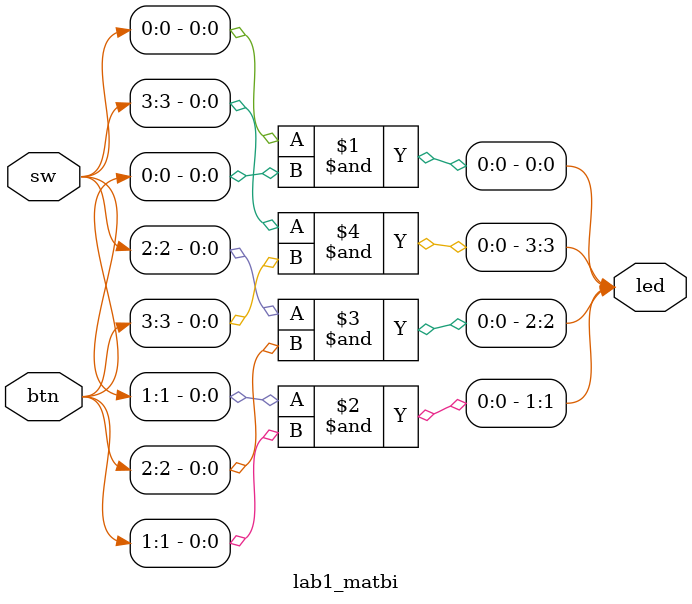
<source format=v>

`timescale 1ns / 1ps

module lab1_matbi(
    input [3:0] sw,
    input [3:0] btn,
    output [3:0] led
    );
    
    assign led[0] = sw[0] & btn[0];
    assign led[1] = sw[1] & btn[1];
    assign led[2] = sw[2] & btn[2];
    assign led[3] = sw[3] & btn[3];
     
endmodule

</source>
